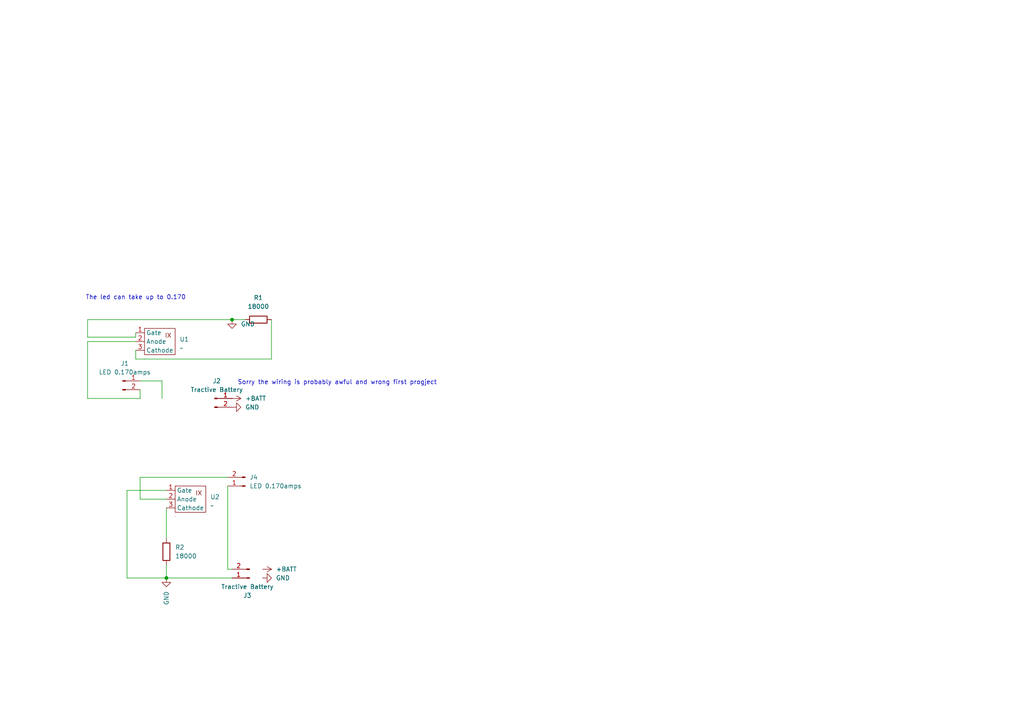
<source format=kicad_sch>
(kicad_sch (version 20250114) (generator "eeschema") (generator_version "9.0")
  (paper "A4")
  (lib_symbols
    (symbol "Connector:Conn_01x02_Pin" (pin_names (offset 1.016) (hide yes))
      (property "Reference" "J" (at 0 2.54 0))
      (property "Value" "Conn_01x02_Pin" (at 0 -5.08 0))
      (symbol "Conn_01x02_Pin_1_1"
        (rectangle (start 0.8636 0.127) (end 0 -0.127) (stroke (width 0.1524)) (fill (type outline)))
        (rectangle (start 0.8636 -2.413) (end 0 -2.667) (stroke (width 0.1524)) (fill (type outline)))
        (polyline (pts (xy 1.27 0) (xy 0.8636 0)) (stroke (width 0.1524)))
        (polyline (pts (xy 1.27 -2.54) (xy 0.8636 -2.54)) (stroke (width 0.1524)))
        (pin passive line (at 5.08 0 180) (length 3.81) (name "Pin_1") (number "1"))
        (pin passive line (at 5.08 -2.54 180) (length 3.81) (name "Pin_2") (number "2"))
      )
    )
    (symbol "Device:R" (pin_numbers (hide yes)) (pin_names (offset 0))
      (property "Reference" "R" (at 2.032 0 90))
      (property "Value" "R" (at 0 0 90))
      (symbol "R_0_1"
        (rectangle (start -1.016 -2.54) (end 1.016 2.54) (stroke (width 0.254)))
      )
      (symbol "R_1_1"
        (pin passive line (at 0 3.81 270) (length 1.27) (name "~") (number "1"))
        (pin passive line (at 0 -3.81 90) (length 1.27) (name "~") (number "2"))
      )
    )
    (symbol "IXCP10M90S:IXCP10M90S"
      (property "Reference" "U" (at 0 0 0))
      (symbol "IXCP10M90S_0_1"
        (rectangle (start 2.54 5.08) (end 11.43 -2.54))
        (rectangle (start 2.54 -3.81) (end 2.54 -3.81))
      )
      (symbol "IXCP10M90S_1_1"
        (text "IX" (at 9.398 3.048 0) (effects (font (size 1.27 1.27))))
        (pin input line (at 0 3.81 0) (length 2.54) (name "Gate") (number "1"))
        (pin input line (at 0 1.27 0) (length 2.54) (name "Anode") (number "2"))
        (pin input line (at 0 -1.27 0) (length 2.54) (name "Cathode") (number "3"))
      )
    )
    (symbol "power:+BATT" (power) (pin_numbers (hide yes)) (pin_names (offset 0) (hide yes))
      (property "Value" "+BATT" (at 0 3.556 0))
      (symbol "+BATT_0_1"
        (polyline (pts (xy -0.762 1.27) (xy 0 2.54)))
        (polyline (pts (xy 0 2.54) (xy 0.762 1.27)))
        (polyline (pts (xy 0 0) (xy 0 2.54)))
      )
      (symbol "+BATT_1_1"
        (pin power_in line (at 0 0 90) (length 0) (name "~") (number "1"))
      )
    )
    (symbol "power:GND" (power) (pin_numbers (hide yes)) (pin_names (offset 0) (hide yes))
      (property "Value" "GND" (at 0 -3.81 0))
      (symbol "GND_0_1"
        (polyline (pts (xy 0 0) (xy 0 -1.27) (xy 1.27 -1.27) (xy 0 -2.54) (xy -1.27 -1.27) (xy 0 -1.27)))
      )
      (symbol "GND_1_1"
        (pin power_in line (at 0 0 270) (length 0) (name "~") (number "1"))
      )
    )
  )
  (text "Sorry the wiring is probably awful and wrong first progject " (at 98.298 110.998 0) (effects (font (size 1.27 1.27))))
  (text "The led can take up to 0.170" (at 39.37 86.36 0) (effects (font (size 1.27 1.27))))
  (junction (at 48.26 167.64))
  (junction (at 67.31 92.71))
  (wire (pts (xy 40.64 138.43) (xy 66.04 138.43)))
  (wire (pts (xy 25.4 92.71) (xy 25.4 97.79)))
  (wire (pts (xy 25.4 92.71) (xy 67.31 92.71)))
  (wire (pts (xy 39.37 97.79) (xy 39.37 96.52)))
  (wire (pts (xy 36.83 142.24) (xy 36.83 167.64)))
  (wire (pts (xy 39.37 101.6) (xy 39.37 104.14)))
  (wire (pts (xy 40.64 138.43) (xy 40.64 144.78)))
  (wire (pts (xy 78.74 104.14) (xy 78.74 92.71)))
  (wire (pts (xy 48.26 167.64) (xy 67.31 167.64)))
  (wire (pts (xy 25.4 97.79) (xy 39.37 97.79)))
  (wire (pts (xy 66.04 165.1) (xy 67.31 165.1)))
  (wire (pts (xy 36.83 167.64) (xy 48.26 167.64)))
  (wire (pts (xy 48.26 147.32) (xy 48.26 156.21)))
  (wire (pts (xy 67.31 92.71) (xy 71.12 92.71)))
  (wire (pts (xy 39.37 104.14) (xy 78.74 104.14)))
  (wire (pts (xy 36.83 142.24) (xy 48.26 142.24)))
  (wire (pts (xy 25.4 99.06) (xy 39.37 99.06)))
  (wire (pts (xy 48.26 163.83) (xy 48.26 167.64)))
  (wire (pts (xy 40.64 115.57) (xy 25.4 115.57)))
  (wire (pts (xy 40.64 110.49) (xy 46.99 110.49)))
  (wire (pts (xy 25.4 115.57) (xy 25.4 99.06)))
  (wire (pts (xy 46.99 110.49) (xy 46.99 115.57)))
  (wire (pts (xy 40.64 113.03) (xy 40.64 115.57)))
  (wire (pts (xy 48.26 144.78) (xy 40.64 144.78)))
  (wire (pts (xy 66.04 140.97) (xy 66.04 165.1)))
  (symbol (lib_id "Connector:Conn_01x02_Pin") (at 62.23 115.57 0) (unit 1)
    (property "Reference" "J2" (at 62.865 110.49 0))
    (property "Value" "Tractive Battery" (at 62.865 113.03 0))
    (property "Footprint" "Connector_Molex:Molex_Micro-Fit_3.0_43650-0200_1x02_P3.00mm_Horizontal" (effects (hide yes)))
    (property "Description" "Generic connector, single row, 01x02, script generated" (effects (hide yes)))
  )
  (symbol (lib_id "power:GND") (at 67.31 118.11 90) (unit 1)
    (property "Reference" "#PWR02" (effects (hide yes)))
    (property "Value" "GND" (at 71.12 118.1099 90) (effects (justify right)))
    (property "Description" "Power symbol creates a global label with name \"GND\" , ground" (effects (hide yes)))
  )
  (symbol (lib_id "power:+BATT") (at 67.31 115.57 270) (unit 1)
    (property "Reference" "#PWR04" (effects (hide yes)))
    (property "Value" "+BATT" (at 71.12 115.5699 90) (effects (justify left)))
    (property "Description" "Power symbol creates a global label with name \"+BATT\"" (effects (hide yes)))
  )
  (symbol (lib_id "power:GND") (at 76.2 167.64 90) (unit 1)
    (property "Reference" "#PWR06" (effects (hide yes)))
    (property "Value" "GND" (at 80.01 167.6399 90) (effects (justify right)))
    (property "Description" "Power symbol creates a global label with name \"GND\" , ground" (effects (hide yes)))
  )
  (symbol (lib_id "power:GND") (at 67.31 92.71 0) (unit 1)
    (property "Reference" "#PWR03" (effects (hide yes)))
    (property "Value" "GND" (at 69.85 93.9799 0) (effects (justify left)))
    (property "Description" "Power symbol creates a global label with name \"GND\" , ground" (effects (hide yes)))
  )
  (symbol (lib_id "power:+BATT") (at 76.2 165.1 270) (unit 1)
    (property "Reference" "#PWR01" (effects (hide yes)))
    (property "Value" "+BATT" (at 80.01 165.0999 90) (effects (justify left)))
    (property "Description" "Power symbol creates a global label with name \"+BATT\"" (effects (hide yes)))
  )
  (symbol (lib_id "Device:R") (at 48.26 160.02 180) (unit 1)
    (property "Reference" "R2" (at 50.8 158.7499 0) (effects (justify right)))
    (property "Value" "18000" (at 50.8 161.2899 0) (effects (justify right)))
    (property "Footprint" "Resistor_THT:R_Axial_DIN0207_L6.3mm_D2.5mm_P15.24mm_Horizontal" (effects (hide yes)))
    (property "Description" "Resistor" (effects (hide yes)))
  )
  (symbol (lib_id "Connector:Conn_01x02_Pin") (at 72.39 167.64 180) (unit 1)
    (property "Reference" "J3" (at 71.755 172.72 0))
    (property "Value" "Tractive Battery" (at 71.755 170.18 0))
    (property "Footprint" "Connector_Molex:Molex_Micro-Fit_3.0_43650-0200_1x02_P3.00mm_Horizontal" (effects (hide yes)))
    (property "Description" "Generic connector, single row, 01x02, script generated" (effects (hide yes)))
  )
  (symbol (lib_id "Connector:Conn_01x02_Pin") (at 71.12 140.97 180) (unit 1)
    (property "Reference" "J4" (at 72.39 138.4299 0) (effects (justify right)))
    (property "Value" "LED 0.170amps" (at 72.39 140.9699 0) (effects (justify right)))
    (property "Footprint" "Connector_Molex:Molex_Micro-Fit_3.0_43650-0200_1x02_P3.00mm_Horizontal" (effects (hide yes)))
    (property "Description" "Generic connector, single row, 01x02, script generated" (effects (hide yes)))
  )
  (symbol (lib_id "power:GND") (at 48.26 167.64 0) (unit 1)
    (property "Reference" "#PWR05" (effects (hide yes)))
    (property "Value" "GND" (at 48.2601 171.45 90) (effects (justify right)))
    (property "Description" "Power symbol creates a global label with name \"GND\" , ground" (effects (hide yes)))
  )
  (symbol (lib_id "Connector:Conn_01x02_Pin") (at 35.56 110.49 0) (unit 1)
    (property "Reference" "J1" (at 36.195 105.41 0))
    (property "Value" "LED 0.170amps" (at 36.195 107.95 0))
    (property "Footprint" "Connector_Molex:Molex_Micro-Fit_3.0_43650-0200_1x02_P3.00mm_Horizontal" (effects (hide yes)))
    (property "Description" "Generic connector, single row, 01x02, script generated" (effects (hide yes)))
  )
  (symbol (lib_id "IXCP10M90S:IXCP10M90S") (at 39.37 100.33 0) (unit 1)
    (property "Reference" "U1" (at 52.07 98.4249 0) (effects (justify left)))
    (property "Value" "~" (at 52.07 100.9649 0) (effects (justify left)))
    (property "Footprint" "Package_TO_SOT_SMD:TO-252-2" (effects (hide yes)))
    (property "Datasheet" "https://cdn.discordapp.com/attachments/1408313445073424384/1412639720609157202/image.png?ex=68c2ea02&is=68c19882&hm=00e835de8b5881e37c218f0f823475d6e63430bfb3ab5b3b2abf3995d780bc38&" (effects (hide yes)))
    (property "Description" "used for HV indicator" (effects (hide yes)))
  )
  (symbol (lib_id "IXCP10M90S:IXCP10M90S") (at 48.26 146.05 0) (unit 1)
    (property "Reference" "U2" (at 60.96 144.1449 0) (effects (justify left)))
    (property "Value" "~" (at 60.96 146.6849 0) (effects (justify left)))
    (property "Footprint" "Package_TO_SOT_SMD:TO-252-2" (effects (hide yes)))
    (property "Datasheet" "https://cdn.discordapp.com/attachments/1408313445073424384/1412639720609157202/image.png?ex=68c2ea02&is=68c19882&hm=00e835de8b5881e37c218f0f823475d6e63430bfb3ab5b3b2abf3995d780bc38&" (effects (hide yes)))
    (property "Description" "used for HV indicator" (effects (hide yes)))
  )
  (symbol (lib_id "Device:R") (at 74.93 92.71 90) (unit 1)
    (property "Reference" "R1" (at 74.93 86.36 90))
    (property "Value" "18000" (at 74.93 88.9 90))
    (property "Footprint" "Resistor_THT:R_Axial_DIN0207_L6.3mm_D2.5mm_P15.24mm_Horizontal" (effects (hide yes)))
    (property "Description" "Resistor" (effects (hide yes)))
  )
)
</source>
